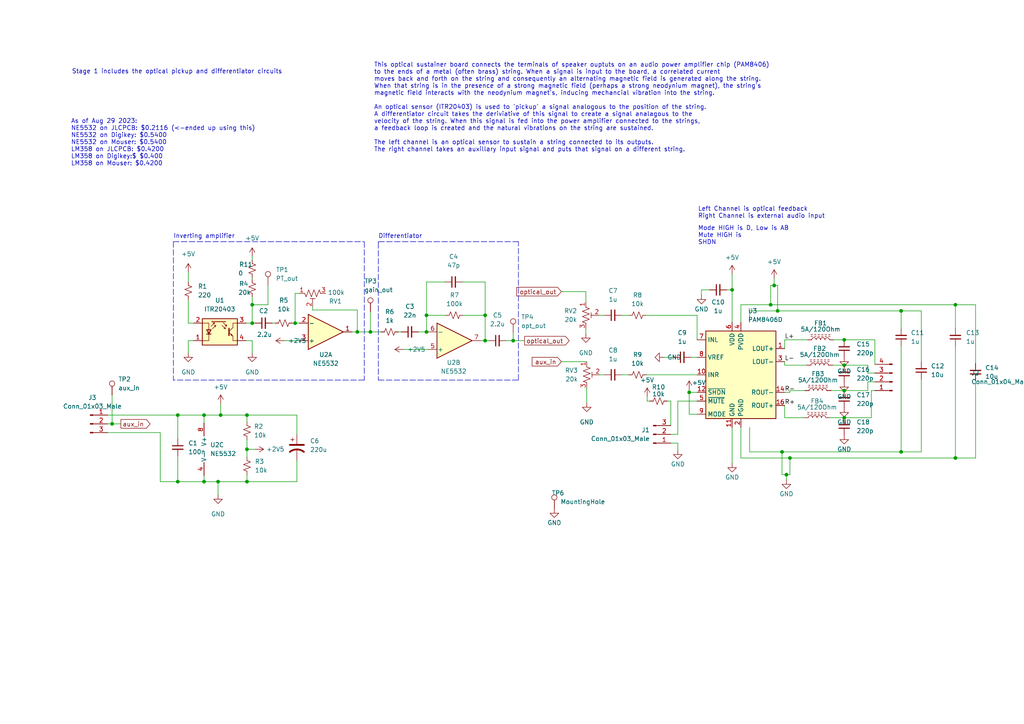
<source format=kicad_sch>
(kicad_sch (version 20211123) (generator eeschema)
  (paper "A4")
  (lib_symbols
    (symbol "1A_Favorites:C_0603_SMD" (pin_numbers hide) (pin_names (offset 0.254) hide)
      (property "Reference" "C" (at 0.254 1.778 0))
      (property "Value" "C_0603_SMD" (at 0.254 -2.032 0))
      (symbol "C_0603_SMD_0_1"
        (polyline (pts (xy -1.524 -0.508) (xy 1.524 -0.508)) (stroke (width 0.3302)))
        (polyline (pts (xy -1.524 0.508) (xy 1.524 0.508)) (stroke (width 0.3048)))
      )
      (symbol "C_0603_SMD_1_1"
        (pin passive line (at 0 2.54 270) (length 2.032) (name "~") (number "1"))
        (pin passive line (at 0 -2.54 90) (length 2.032) (name "~") (number "2"))
      )
    )
    (symbol "1A_Favorites:ITR20403" (pin_names (offset 0.0254) hide)
      (property "Reference" "U" (at -3.81 5.08 0))
      (property "Value" "ITR20403" (at 12.7 5.08 0))
      (symbol "ITR20403_0_1"
        (polyline (pts (xy -3.81 -0.635) (xy -2.54 -0.635)) (stroke (width 0.254)))
        (polyline (pts (xy -2.286 2.921) (xy -2.032 3.175)))
        (polyline (pts (xy -1.778 2.921) (xy -1.524 3.175)))
        (polyline (pts (xy -1.524 2.667) (xy -1.651 2.159)))
        (polyline (pts (xy -1.27 2.921) (xy -1.016 3.175)))
        (polyline (pts (xy -1.143 1.905) (xy -1.27 1.397)))
        (polyline (pts (xy -0.762 2.921) (xy -0.508 3.175)))
        (polyline (pts (xy -0.254 2.921) (xy 0 3.175)))
        (polyline (pts (xy 0.254 2.921) (xy 0.508 3.175)))
        (polyline (pts (xy 0.762 2.921) (xy 1.016 3.175)))
        (polyline (pts (xy 1.27 2.921) (xy 1.524 3.175)))
        (polyline (pts (xy 1.651 0.889) (xy 1.143 1.016)))
        (polyline (pts (xy 1.778 2.921) (xy -2.413 2.921)))
        (polyline (pts (xy 2.032 1.651) (xy 1.524 1.778)))
        (polyline (pts (xy 2.667 -0.127) (xy 3.81 -1.27)))
        (polyline (pts (xy 2.667 0.127) (xy 3.81 1.27)))
        (polyline (pts (xy -2.54 1.651) (xy -1.524 2.667) (xy -2.032 2.54)))
        (polyline (pts (xy -2.159 0.889) (xy -1.143 1.905) (xy -1.651 1.778)))
        (polyline (pts (xy 0.635 1.905) (xy 1.651 0.889) (xy 1.524 1.397)))
        (polyline (pts (xy 1.016 2.667) (xy 2.032 1.651) (xy 1.905 2.159)))
        (polyline (pts (xy 2.667 1.016) (xy 2.667 -1.016) (xy 2.667 -1.016)) (stroke (width 0.3556)))
        (polyline (pts (xy 3.81 -1.27) (xy 3.81 -2.54) (xy 5.08 -2.54)))
        (polyline (pts (xy 3.81 1.27) (xy 3.81 2.54) (xy 5.08 2.54)))
        (polyline (pts (xy -5.08 -2.54) (xy -3.175 -2.54) (xy -3.175 2.54) (xy -5.08 2.54)))
        (polyline (pts (xy -3.175 -0.635) (xy -3.81 0.635) (xy -2.54 0.635) (xy -3.175 -0.635)) (stroke (width 0.254)))
        (polyline (pts (xy 3.683 -1.143) (xy 3.429 -0.635) (xy 3.175 -0.889) (xy 3.683 -1.143)))
        (polyline (pts (xy -5.08 -3.81) (xy 5.08 -3.81) (xy 5.08 3.81) (xy -5.08 3.81) (xy -5.08 -3.81)) (stroke (width 0.254)) (fill (type background)))
      )
      (symbol "ITR20403_1_1"
        (pin passive line (at -7.62 -2.54 0) (length 2.54) (name "K") (number "1"))
        (pin passive line (at -7.62 2.54 0) (length 2.54) (name "A") (number "2"))
        (pin open_collector line (at 7.62 2.54 180) (length 2.54) (name "C") (number "3"))
        (pin open_emitter line (at 7.62 -2.54 180) (length 2.54) (name "E") (number "4"))
      )
    )
    (symbol "1A_Favorites:NE5532" (pin_names (offset 0.127))
      (property "Reference" "U" (at 0 5.08 0))
      (property "Value" "NE5532" (at 0 -5.08 0))
      (property "LCSC" "C7426" (at 0 0 0))
      (symbol "NE5532_1_1"
        (polyline (pts (xy -5.08 5.08) (xy 5.08 0) (xy -5.08 -5.08) (xy -5.08 5.08)) (stroke (width 0.254)) (fill (type background)))
        (pin output line (at 7.62 0 180) (length 2.54) (name "~") (number "1"))
        (pin input line (at -7.62 -2.54 0) (length 2.54) (name "-") (number "2"))
        (pin input line (at -7.62 2.54 0) (length 2.54) (name "+") (number "3"))
      )
      (symbol "NE5532_2_1"
        (polyline (pts (xy -5.08 5.08) (xy 5.08 0) (xy -5.08 -5.08) (xy -5.08 5.08)) (stroke (width 0.254)) (fill (type background)))
        (pin input line (at -7.62 2.54 0) (length 2.54) (name "+") (number "5"))
        (pin input line (at -7.62 -2.54 0) (length 2.54) (name "-") (number "6"))
        (pin output line (at 7.62 0 180) (length 2.54) (name "~") (number "7"))
      )
      (symbol "NE5532_3_1"
        (pin power_in line (at -2.54 -7.62 90) (length 3.81) (name "V-") (number "4"))
        (pin power_in line (at -2.54 7.62 270) (length 3.81) (name "V+") (number "8"))
      )
    )
    (symbol "1A_Favorites:PAM8406D"
      (property "Reference" "U" (at 1.27 16.51 0))
      (property "Value" "PAM8406D" (at 6.096 14.224 0))
      (symbol "PAM8406D_0_1"
        (rectangle (start -10.16 12.7) (end 10.16 -12.7) (stroke (width 0.254)) (fill (type background)))
      )
      (symbol "PAM8406D_1_1"
        (pin output line (at 12.7 7.62 180) (length 2.54) (name "LOUT+") (number "1"))
        (pin input line (at -12.7 0 0) (length 2.54) (name "INR") (number "10"))
        (pin power_in line (at -2.54 -15.24 90) (length 2.54) (name "GND") (number "11"))
        (pin input line (at -12.7 -5.08 0) (length 2.54) (name "~{SHDN}") (number "12"))
        (pin passive line (at 2.54 15.24 270) (length 2.54) hide (name "PVDD") (number "13"))
        (pin output line (at 12.7 -5.08 180) (length 2.54) (name "ROUT-") (number "14"))
        (pin passive line (at 2.54 -15.24 90) (length 2.54) hide (name "PGND") (number "15"))
        (pin output line (at 12.7 -8.89 180) (length 2.54) (name "ROUT+") (number "16"))
        (pin power_in line (at 0 -15.24 90) (length 2.54) (name "PGND") (number "2"))
        (pin output line (at 12.7 3.81 180) (length 2.54) (name "LOUT-") (number "3"))
        (pin power_in line (at 0 15.24 270) (length 2.54) (name "PVDD") (number "4"))
        (pin input line (at -12.7 -7.62 0) (length 2.54) (name "~{MUTE}") (number "5"))
        (pin power_in line (at -2.54 15.24 270) (length 2.54) (name "VDD") (number "6"))
        (pin input line (at -12.7 10.16 0) (length 2.54) (name "INL") (number "7"))
        (pin input line (at -12.7 5.08 0) (length 2.54) (name "VREF") (number "8"))
        (pin input line (at -12.7 -11.43 0) (length 2.54) (name "MODE") (number "9"))
      )
    )
    (symbol "1A_Favorites:R_0603_SMD" (pin_numbers hide) (pin_names (offset 0.254) hide)
      (property "Reference" "R" (at 0.762 0.508 0))
      (property "Value" "R_0603_SMD" (at 0.762 -1.016 0))
      (symbol "R_0603_SMD_1_1"
        (polyline (pts (xy 0 0) (xy 1.016 -0.381) (xy 0 -0.762) (xy -1.016 -1.143) (xy 0 -1.524)))
        (polyline (pts (xy 0 1.524) (xy 1.016 1.143) (xy 0 0.762) (xy -1.016 0.381) (xy 0 0)))
        (pin passive line (at 0 2.54 270) (length 1.016) (name "~") (number "1"))
        (pin passive line (at 0 -2.54 90) (length 1.016) (name "~") (number "2"))
      )
    )
    (symbol "Connector:Conn_01x03_Male" (pin_names (offset 1.016) hide)
      (property "Reference" "J" (at 0 5.08 0))
      (property "Value" "Conn_01x03_Male" (at 0 -5.08 0))
      (symbol "Conn_01x03_Male_1_1"
        (polyline (pts (xy 1.27 -2.54) (xy 0.8636 -2.54)) (stroke (width 0.1524)))
        (polyline (pts (xy 1.27 0) (xy 0.8636 0)) (stroke (width 0.1524)))
        (polyline (pts (xy 1.27 2.54) (xy 0.8636 2.54)) (stroke (width 0.1524)))
        (rectangle (start 0.8636 -2.413) (end 0 -2.667) (stroke (width 0.1524)) (fill (type outline)))
        (rectangle (start 0.8636 0.127) (end 0 -0.127) (stroke (width 0.1524)) (fill (type outline)))
        (rectangle (start 0.8636 2.667) (end 0 2.413) (stroke (width 0.1524)) (fill (type outline)))
        (pin passive line (at 5.08 2.54 180) (length 3.81) (name "Pin_1") (number "1"))
        (pin passive line (at 5.08 0 180) (length 3.81) (name "Pin_2") (number "2"))
        (pin passive line (at 5.08 -2.54 180) (length 3.81) (name "Pin_3") (number "3"))
      )
    )
    (symbol "Connector:Conn_01x04_Male" (pin_names (offset 1.016) hide)
      (property "Reference" "J" (at 0 5.08 0))
      (property "Value" "Conn_01x04_Male" (at 0 -7.62 0))
      (symbol "Conn_01x04_Male_1_1"
        (polyline (pts (xy 1.27 -5.08) (xy 0.8636 -5.08)) (stroke (width 0.1524)))
        (polyline (pts (xy 1.27 -2.54) (xy 0.8636 -2.54)) (stroke (width 0.1524)))
        (polyline (pts (xy 1.27 0) (xy 0.8636 0)) (stroke (width 0.1524)))
        (polyline (pts (xy 1.27 2.54) (xy 0.8636 2.54)) (stroke (width 0.1524)))
        (rectangle (start 0.8636 -4.953) (end 0 -5.207) (stroke (width 0.1524)) (fill (type outline)))
        (rectangle (start 0.8636 -2.413) (end 0 -2.667) (stroke (width 0.1524)) (fill (type outline)))
        (rectangle (start 0.8636 0.127) (end 0 -0.127) (stroke (width 0.1524)) (fill (type outline)))
        (rectangle (start 0.8636 2.667) (end 0 2.413) (stroke (width 0.1524)) (fill (type outline)))
        (pin passive line (at 5.08 2.54 180) (length 3.81) (name "Pin_1") (number "1"))
        (pin passive line (at 5.08 0 180) (length 3.81) (name "Pin_2") (number "2"))
        (pin passive line (at 5.08 -2.54 180) (length 3.81) (name "Pin_3") (number "3"))
        (pin passive line (at 5.08 -5.08 180) (length 3.81) (name "Pin_4") (number "4"))
      )
    )
    (symbol "Connector:TestPoint" (pin_numbers hide) (pin_names (offset 0.762) hide)
      (property "Reference" "TP" (at 0 6.858 0))
      (property "Value" "TestPoint" (at 0 5.08 0))
      (symbol "TestPoint_0_1"
        (circle (center 0 3.302) (radius 0.762))
      )
      (symbol "TestPoint_1_1"
        (pin passive line (at 0 0 90) (length 2.54) (name "1") (number "1"))
      )
    )
    (symbol "Device:C_Polarized_US" (pin_numbers hide) (pin_names (offset 0.254) hide)
      (property "Reference" "C" (at 0.635 2.54 0))
      (property "Value" "C_Polarized_US" (at 0.635 -2.54 0))
      (symbol "C_Polarized_US_0_1"
        (polyline (pts (xy -2.032 0.762) (xy 2.032 0.762)) (stroke (width 0.508)))
        (polyline (pts (xy -1.778 2.286) (xy -0.762 2.286)))
        (polyline (pts (xy -1.27 1.778) (xy -1.27 2.794)))
        (arc (start 2.032 -1.27) (mid 0 -0.5572) (end -2.032 -1.27) (stroke (width 0.508)))
      )
      (symbol "C_Polarized_US_1_1"
        (pin passive line (at 0 3.81 270) (length 2.794) (name "~") (number "1"))
        (pin passive line (at 0 -3.81 90) (length 3.302) (name "~") (number "2"))
      )
    )
    (symbol "Device:L_Ferrite" (pin_numbers hide) (pin_names (offset 1.016) hide)
      (property "Reference" "L" (at -1.27 0 90))
      (property "Value" "L_Ferrite" (at 2.794 0 90))
      (symbol "L_Ferrite_0_1"
        (arc (start 0 -2.54) (mid 0.635 -1.905) (end 0 -1.27))
        (arc (start 0 -1.27) (mid 0.635 -0.635) (end 0 0))
        (polyline (pts (xy 1.016 -2.794) (xy 1.016 -2.286)))
        (polyline (pts (xy 1.016 -1.778) (xy 1.016 -1.27)))
        (polyline (pts (xy 1.016 -0.762) (xy 1.016 -0.254)))
        (polyline (pts (xy 1.016 0.254) (xy 1.016 0.762)))
        (polyline (pts (xy 1.016 1.27) (xy 1.016 1.778)))
        (polyline (pts (xy 1.016 2.286) (xy 1.016 2.794)))
        (polyline (pts (xy 1.524 -2.286) (xy 1.524 -2.794)))
        (polyline (pts (xy 1.524 -1.27) (xy 1.524 -1.778)))
        (polyline (pts (xy 1.524 -0.254) (xy 1.524 -0.762)))
        (polyline (pts (xy 1.524 0.762) (xy 1.524 0.254)))
        (polyline (pts (xy 1.524 1.778) (xy 1.524 1.27)))
        (polyline (pts (xy 1.524 2.794) (xy 1.524 2.286)))
        (arc (start 0 0) (mid 0.635 0.635) (end 0 1.27))
        (arc (start 0 1.27) (mid 0.635 1.905) (end 0 2.54))
      )
      (symbol "L_Ferrite_1_1"
        (pin passive line (at 0 3.81 270) (length 1.27) (name "1") (number "1"))
        (pin passive line (at 0 -3.81 90) (length 1.27) (name "2") (number "2"))
      )
    )
    (symbol "Device:R_Potentiometer_Trim_US" (pin_names (offset 1.016) hide)
      (property "Reference" "RV" (at -4.445 0 90))
      (property "Value" "R_Potentiometer_Trim_US" (at -2.54 0 90))
      (symbol "R_Potentiometer_Trim_US_0_1"
        (polyline (pts (xy 0 -2.286) (xy 0 -2.54)))
        (polyline (pts (xy 0 2.286) (xy 0 2.54)))
        (polyline (pts (xy 1.524 0.762) (xy 1.524 -0.762)))
        (polyline (pts (xy 2.54 0) (xy 1.524 0)))
        (polyline (pts (xy 0 -0.762) (xy 1.016 -1.143) (xy 0 -1.524) (xy -1.016 -1.905) (xy 0 -2.286)))
        (polyline (pts (xy 0 0.762) (xy 1.016 0.381) (xy 0 0) (xy -1.016 -0.381) (xy 0 -0.762)))
        (polyline (pts (xy 0 2.286) (xy 1.016 1.905) (xy 0 1.524) (xy -1.016 1.143) (xy 0 0.762)))
      )
      (symbol "R_Potentiometer_Trim_US_1_1"
        (pin passive line (at 0 3.81 270) (length 1.27) (name "1") (number "1"))
        (pin passive line (at 3.81 0 180) (length 1.27) (name "2") (number "2"))
        (pin passive line (at 0 -3.81 90) (length 1.27) (name "3") (number "3"))
      )
    )
    (symbol "power:+2V5" (power) (pin_names (offset 0))
      (property "Value" "+2V5" (at 0 3.556 0))
      (symbol "+2V5_0_1"
        (polyline (pts (xy -0.762 1.27) (xy 0 2.54)))
        (polyline (pts (xy 0 0) (xy 0 2.54)))
        (polyline (pts (xy 0 2.54) (xy 0.762 1.27)))
      )
      (symbol "+2V5_1_1"
        (pin power_in line (at 0 0 90) (length 0) hide (name "+2V5") (number "1"))
      )
    )
    (symbol "power:+5V" (power) (pin_names (offset 0))
      (property "Value" "+5V" (at 0 3.556 0))
      (symbol "+5V_0_1"
        (polyline (pts (xy -0.762 1.27) (xy 0 2.54)))
        (polyline (pts (xy 0 0) (xy 0 2.54)))
        (polyline (pts (xy 0 2.54) (xy 0.762 1.27)))
      )
      (symbol "+5V_1_1"
        (pin power_in line (at 0 0 90) (length 0) hide (name "+5V") (number "1"))
      )
    )
    (symbol "power:GND" (power) (pin_names (offset 0))
      (property "Value" "GND" (at 0 -3.81 0))
      (symbol "GND_0_1"
        (polyline (pts (xy 0 0) (xy 0 -1.27) (xy 1.27 -1.27) (xy 0 -2.54) (xy -1.27 -1.27) (xy 0 -1.27)))
      )
      (symbol "GND_1_1"
        (pin power_in line (at 0 0 270) (length 0) hide (name "GND") (number "1"))
      )
    )
  )
  (junction (at 226.822 131.064))
  (junction (at 148.844 98.806))
  (junction (at 73.152 88.392))
  (junction (at 63.246 139.7))
  (junction (at 71.628 139.7))
  (junction (at 51.562 139.7))
  (junction (at 85.598 93.726))
  (junction (at 123.698 96.266))
  (junction (at 140.716 98.806))
  (junction (at 73.152 93.726))
  (junction (at 107.442 96.266))
  (junction (at 59.182 120.396))
  (junction (at 223.52 88.392))
  (junction (at 212.344 84.074))
  (junction (at 244.856 121.158))
  (junction (at 277.114 132.842))
  (junction (at 261.366 131.064))
  (junction (at 51.562 120.396))
  (junction (at 224.536 82.804))
  (junction (at 64.008 120.396))
  (junction (at 59.182 139.7))
  (junction (at 71.628 130.302))
  (junction (at 228.092 137.668))
  (junction (at 140.716 91.44))
  (junction (at 261.366 90.17))
  (junction (at 123.698 91.44))
  (junction (at 244.856 98.552))
  (junction (at 199.898 113.792))
  (junction (at 71.628 120.396))
  (junction (at 277.114 88.392))
  (junction (at 244.856 105.918))
  (junction (at 103.632 96.266))
  (junction (at 32.512 122.936))
  (junction (at 225.552 90.17))
  (junction (at 244.856 113.284))
  (junction (at 229.108 132.842))
  (wire (pts (xy 244.856 98.552) (xy 253.746 98.552)))
  (wire (pts (xy 240.792 121.158) (xy 244.856 121.158)))
  (wire (pts (xy 224.536 82.804) (xy 225.552 82.804)))
  (polyline (pts (xy 109.728 70.358) (xy 109.728 110.236)))
  (wire (pts (xy 196.596 125.984) (xy 194.564 125.984)))
  (wire (pts (xy 223.52 88.392) (xy 277.114 88.392)))
  (wire (pts (xy 210.82 84.074) (xy 212.344 84.074)))
  (wire (pts (xy 202.184 103.632) (xy 200.406 103.632)))
  (wire (pts (xy 123.698 96.266) (xy 124.206 96.266)))
  (wire (pts (xy 225.552 90.17) (xy 261.366 90.17)))
  (wire (pts (xy 199.898 113.792) (xy 199.898 113.03)))
  (wire (pts (xy 71.628 120.396) (xy 86.106 120.396)))
  (wire (pts (xy 282.956 110.49) (xy 282.956 132.842)))
  (wire (pts (xy 277.114 88.392) (xy 277.114 95.25)))
  (wire (pts (xy 51.562 120.396) (xy 51.562 127.254)))
  (wire (pts (xy 140.716 91.44) (xy 140.716 98.806)))
  (wire (pts (xy 73.152 93.726) (xy 73.914 93.726)))
  (wire (pts (xy 134.112 81.788) (xy 140.716 81.788)))
  (wire (pts (xy 71.374 98.806) (xy 73.152 98.806)))
  (wire (pts (xy 85.598 93.726) (xy 85.598 85.09)))
  (wire (pts (xy 54.61 86.868) (xy 54.61 93.726)))
  (wire (pts (xy 54.61 98.806) (xy 54.61 102.362)))
  (wire (pts (xy 77.724 82.804) (xy 77.724 88.392)))
  (wire (pts (xy 226.822 131.064) (xy 217.424 131.064)))
  (wire (pts (xy 115.57 96.266) (xy 116.332 96.266)))
  (wire (pts (xy 251.714 108.204) (xy 253.746 108.204)))
  (wire (pts (xy 199.898 113.792) (xy 202.184 113.792)))
  (wire (pts (xy 187.452 108.712) (xy 202.184 108.712)))
  (wire (pts (xy 51.562 139.7) (xy 59.182 139.7)))
  (wire (pts (xy 227.584 121.158) (xy 233.172 121.158)))
  (wire (pts (xy 123.698 91.44) (xy 123.698 96.266)))
  (wire (pts (xy 212.344 123.952) (xy 212.344 134.366)))
  (wire (pts (xy 107.442 96.266) (xy 110.49 96.266)))
  (wire (pts (xy 244.856 121.158) (xy 252.73 121.158)))
  (wire (pts (xy 51.562 132.334) (xy 51.562 139.7)))
  (wire (pts (xy 261.366 131.064) (xy 267.208 131.064)))
  (wire (pts (xy 199.898 120.142) (xy 199.898 113.792)))
  (wire (pts (xy 85.598 85.09) (xy 86.868 85.09)))
  (wire (pts (xy 139.446 98.806) (xy 140.716 98.806)))
  (wire (pts (xy 134.366 91.44) (xy 140.716 91.44)))
  (wire (pts (xy 63.246 139.7) (xy 63.246 143.51)))
  (wire (pts (xy 64.008 117.094) (xy 64.008 120.396)))
  (wire (pts (xy 71.628 120.396) (xy 71.628 122.428)))
  (wire (pts (xy 140.716 81.788) (xy 140.716 91.44)))
  (wire (pts (xy 226.822 137.668) (xy 228.092 137.668)))
  (wire (pts (xy 63.246 139.7) (xy 59.182 139.7)))
  (wire (pts (xy 202.184 91.44) (xy 202.184 98.552)))
  (wire (pts (xy 180.34 108.712) (xy 182.372 108.712)))
  (wire (pts (xy 241.554 105.918) (xy 244.856 105.918)))
  (wire (pts (xy 73.152 86.106) (xy 73.152 88.392)))
  (wire (pts (xy 173.99 108.712) (xy 175.26 108.712)))
  (wire (pts (xy 129.032 81.788) (xy 123.698 81.788)))
  (wire (pts (xy 71.628 130.302) (xy 73.914 130.302)))
  (wire (pts (xy 31.242 122.936) (xy 32.512 122.936)))
  (wire (pts (xy 187.452 91.44) (xy 202.184 91.44)))
  (wire (pts (xy 32.512 114.554) (xy 32.512 122.936)))
  (wire (pts (xy 79.756 93.726) (xy 78.994 93.726)))
  (wire (pts (xy 169.926 95.25) (xy 169.926 96.774)))
  (wire (pts (xy 261.366 100.33) (xy 261.366 131.064)))
  (wire (pts (xy 194.564 116.332) (xy 194.564 123.444)))
  (wire (pts (xy 193.548 116.332) (xy 194.564 116.332)))
  (wire (pts (xy 86.106 120.396) (xy 86.106 125.984)))
  (wire (pts (xy 71.628 130.302) (xy 71.628 132.588)))
  (wire (pts (xy 196.596 128.524) (xy 196.596 130.556)))
  (wire (pts (xy 31.242 125.476) (xy 46.482 125.476)))
  (wire (pts (xy 103.632 89.916) (xy 103.632 96.266)))
  (wire (pts (xy 229.108 137.668) (xy 229.108 132.842)))
  (wire (pts (xy 214.884 132.842) (xy 214.884 123.952)))
  (wire (pts (xy 148.844 96.52) (xy 148.844 98.806)))
  (wire (pts (xy 162.814 84.582) (xy 169.926 84.582)))
  (wire (pts (xy 194.564 128.524) (xy 196.596 128.524)))
  (wire (pts (xy 227.584 113.792) (xy 229.108 113.792)))
  (wire (pts (xy 90.678 88.9) (xy 90.678 89.916)))
  (wire (pts (xy 227.584 117.602) (xy 227.584 121.158)))
  (wire (pts (xy 31.242 120.396) (xy 51.562 120.396)))
  (wire (pts (xy 103.632 96.266) (xy 107.442 96.266)))
  (wire (pts (xy 253.746 98.552) (xy 253.746 105.664)))
  (wire (pts (xy 123.698 81.788) (xy 123.698 91.44)))
  (wire (pts (xy 267.208 109.982) (xy 267.208 131.064)))
  (wire (pts (xy 46.482 139.7) (xy 51.562 139.7)))
  (wire (pts (xy 86.868 93.726) (xy 85.598 93.726)))
  (wire (pts (xy 227.584 98.552) (xy 234.188 98.552)))
  (wire (pts (xy 267.208 90.17) (xy 261.366 90.17)))
  (polyline (pts (xy 105.664 110.236) (xy 50.292 110.236)))
  (wire (pts (xy 227.584 101.092) (xy 227.584 98.552)))
  (wire (pts (xy 71.628 139.7) (xy 63.246 139.7)))
  (wire (pts (xy 277.114 132.842) (xy 282.956 132.842)))
  (wire (pts (xy 54.61 93.726) (xy 56.134 93.726)))
  (wire (pts (xy 59.182 120.396) (xy 64.008 120.396)))
  (wire (pts (xy 117.094 101.346) (xy 124.206 101.346)))
  (wire (pts (xy 282.956 88.392) (xy 277.114 88.392)))
  (polyline (pts (xy 50.292 70.104) (xy 105.664 70.104)))
  (wire (pts (xy 252.73 121.158) (xy 252.73 113.284)))
  (wire (pts (xy 214.884 88.392) (xy 223.52 88.392)))
  (wire (pts (xy 244.856 105.918) (xy 251.714 105.918)))
  (wire (pts (xy 227.584 105.918) (xy 233.934 105.918)))
  (wire (pts (xy 228.092 137.668) (xy 229.108 137.668)))
  (wire (pts (xy 251.714 113.284) (xy 251.714 110.744)))
  (polyline (pts (xy 50.292 70.104) (xy 50.292 110.236)))
  (wire (pts (xy 223.52 88.392) (xy 223.52 82.804)))
  (wire (pts (xy 180.34 91.44) (xy 182.372 91.44)))
  (wire (pts (xy 227.584 104.902) (xy 227.584 105.918)))
  (wire (pts (xy 173.736 91.44) (xy 175.26 91.44)))
  (polyline (pts (xy 150.368 110.236) (xy 150.368 70.104)))
  (wire (pts (xy 244.856 113.284) (xy 251.714 113.284)))
  (wire (pts (xy 73.152 88.392) (xy 73.152 93.726)))
  (wire (pts (xy 90.678 89.916) (xy 103.632 89.916)))
  (wire (pts (xy 85.598 93.726) (xy 84.836 93.726)))
  (wire (pts (xy 217.424 90.17) (xy 225.552 90.17)))
  (wire (pts (xy 214.884 93.472) (xy 214.884 88.392)))
  (wire (pts (xy 71.628 137.668) (xy 71.628 139.7)))
  (wire (pts (xy 251.714 110.744) (xy 253.746 110.744)))
  (wire (pts (xy 170.18 112.522) (xy 170.18 116.84)))
  (wire (pts (xy 123.698 91.44) (xy 129.286 91.44)))
  (wire (pts (xy 140.716 98.806) (xy 141.732 98.806)))
  (wire (pts (xy 54.61 78.994) (xy 54.61 81.788)))
  (wire (pts (xy 82.55 98.806) (xy 86.868 98.806)))
  (wire (pts (xy 73.152 74.422) (xy 73.152 75.438)))
  (wire (pts (xy 223.52 82.804) (xy 224.536 82.804)))
  (wire (pts (xy 32.512 122.936) (xy 35.052 122.936)))
  (wire (pts (xy 148.844 98.806) (xy 152.146 98.806)))
  (wire (pts (xy 86.106 133.604) (xy 86.106 139.7)))
  (wire (pts (xy 226.822 131.064) (xy 261.366 131.064)))
  (wire (pts (xy 229.108 132.842) (xy 277.114 132.842)))
  (wire (pts (xy 282.956 105.41) (xy 282.956 88.392)))
  (wire (pts (xy 77.724 88.392) (xy 73.152 88.392)))
  (wire (pts (xy 107.442 90.424) (xy 107.442 96.266)))
  (wire (pts (xy 121.412 96.266) (xy 123.698 96.266)))
  (wire (pts (xy 241.046 113.284) (xy 244.856 113.284)))
  (wire (pts (xy 228.092 137.668) (xy 228.092 139.192)))
  (polyline (pts (xy 150.368 70.104) (xy 109.728 70.104)))
  (wire (pts (xy 224.536 80.772) (xy 224.536 82.804)))
  (wire (pts (xy 146.812 98.806) (xy 148.844 98.806)))
  (wire (pts (xy 251.714 105.918) (xy 251.714 108.204)))
  (wire (pts (xy 187.706 116.332) (xy 187.706 115.062)))
  (wire (pts (xy 229.108 113.792) (xy 229.108 113.284)))
  (wire (pts (xy 229.108 132.842) (xy 214.884 132.842)))
  (wire (pts (xy 195.326 103.632) (xy 192.532 103.632)))
  (wire (pts (xy 202.184 116.332) (xy 196.596 116.332)))
  (wire (pts (xy 102.108 96.266) (xy 103.632 96.266)))
  (wire (pts (xy 59.182 122.682) (xy 59.182 120.396)))
  (wire (pts (xy 229.108 113.284) (xy 233.426 113.284)))
  (wire (pts (xy 203.454 84.074) (xy 203.454 85.598)))
  (wire (pts (xy 203.454 84.074) (xy 205.74 84.074)))
  (wire (pts (xy 241.808 98.552) (xy 244.856 98.552)))
  (wire (pts (xy 86.106 139.7) (xy 71.628 139.7)))
  (wire (pts (xy 196.596 116.332) (xy 196.596 125.984)))
  (wire (pts (xy 187.706 116.332) (xy 188.468 116.332)))
  (wire (pts (xy 217.424 93.472) (xy 217.424 90.17)))
  (wire (pts (xy 73.152 98.806) (xy 73.152 102.362)))
  (wire (pts (xy 267.208 104.902) (xy 267.208 90.17)))
  (polyline (pts (xy 109.728 110.236) (xy 150.368 110.236)))
  (wire (pts (xy 199.898 120.142) (xy 202.184 120.142)))
  (polyline (pts (xy 105.664 70.104) (xy 105.664 110.236)))
  (wire (pts (xy 71.628 127.508) (xy 71.628 130.302)))
  (wire (pts (xy 225.552 82.804) (xy 225.552 90.17)))
  (wire (pts (xy 162.814 104.902) (xy 170.18 104.902)))
  (wire (pts (xy 46.482 125.476) (xy 46.482 139.7)))
  (wire (pts (xy 59.182 120.396) (xy 51.562 120.396)))
  (wire (pts (xy 252.73 113.284) (xy 253.746 113.284)))
  (wire (pts (xy 71.374 93.726) (xy 73.152 93.726)))
  (polyline (pts (xy 109.728 70.104) (xy 109.728 70.358)))
  (wire (pts (xy 54.61 98.806) (xy 56.134 98.806)))
  (wire (pts (xy 169.926 87.63) (xy 169.926 84.582)))
  (wire (pts (xy 64.008 120.396) (xy 71.628 120.396)))
  (wire (pts (xy 73.152 80.518) (xy 73.152 81.026)))
  (wire (pts (xy 277.114 100.33) (xy 277.114 132.842)))
  (wire (pts (xy 212.344 79.502) (xy 212.344 84.074)))
  (wire (pts (xy 217.424 131.064) (xy 217.424 123.952)))
  (wire (pts (xy 226.822 131.064) (xy 226.822 137.668)))
  (wire (pts (xy 212.344 84.074) (xy 212.344 93.472)))
  (wire (pts (xy 261.366 90.17) (xy 261.366 95.25)))
  (wire (pts (xy 59.182 139.7) (xy 59.182 137.922)))
  (text "Left Channel is optical feedback\nRight Channel is external audio input" (at 202.438 63.5 0) (effects (font (size 1.27 1.27)) (justify left bottom)))
  (text "This optical sustainer board connects the terminals of speaker ouptuts on an audio power amplifier chip (PAM8406)\nto the ends of a metal (often brass) string. When a signal is input to the board, a correlated current \nmoves back and forth on the string and consequently an alternating magnetic field is generated along the string.\nWhen that string is in the presence of a strong magnetic field (perhaps a strong neodynium magnet), the string's \nmagnetic field interacts with the neodynium magnet's, inducing mechancial vibration into the string.\n\nAn optical sensor (ITR20403) is used to 'pickup' a signal analogous to the position of the string.\nA differentiator circuit takes the deriviative of this signal to create a signal analagous to the\nvelocity of the string. When this signal is fed into the power amplifier connected to the strings,\na feedback loop is created and the natural vibrations on the string are sustained.\n\nThe left channel is an optical sensor to sustain a string connected to its outputs.\nThe right channel takes an auxillary input signal and puts that signal on a different string." (at 108.458 44.196 0) (effects (font (size 1.27 1.27)) (justify left bottom)))
  (text "Mode HIGH is D, Low is AB\nMute HIGH is \nSHDN " (at 202.438 71.12 0) (effects (font (size 1.27 1.27)) (justify left bottom)))
  (text "Differentiator" (at 109.728 69.342 0) (effects (font (size 1.27 1.27)) (justify left bottom)))
  (text "As of Aug 29 2023:\nNE5532 on JLCPCB: $0.2116 (<-ended up using this)\nNE5532 on Digikey: $0.5400\nNE5532 on Mouser: $0.5400\nLM358 on JLCPCB: $0.4200\nLM358 on Digikey:$ $0.400\nLM358 on Mouser: $0.4200" (at 20.574 48.26 0) (effects (font (size 1.27 1.27)) (justify left bottom)))
  (text "Inverting amplifier" (at 50.292 69.342 0) (effects (font (size 1.27 1.27)) (justify left bottom)))
  (text "Stage 1 includes the optical pickup and differentiator circuits" (at 20.828 21.59 0) (effects (font (size 1.27 1.27)) (justify left bottom)))
  (label "L-" (at 227.584 104.902 0))
  (label "L+" (at 227.584 98.552 0))
  (label "R+" (at 227.584 117.602 0))
  (label "R-" (at 227.584 113.792 0))
  (global_label "aux_in" (shape output) (at 35.052 122.936 0) (property "Intersheet References" "${INTERSHEET_REFS}" (effects hide)))
  (global_label "aux_in" (shape input) (at 162.814 104.902 180) (property "Intersheet References" "${INTERSHEET_REFS}" (effects hide)))
  (global_label "optical_out" (shape output) (at 152.146 98.806 0) (property "Intersheet References" "${INTERSHEET_REFS}" (effects hide)))
  (global_label "optical_out" (shape input) (at 162.814 84.582 180) (property "Intersheet References" "${INTERSHEET_REFS}" (effects hide)))
  (symbol (lib_id "power:GND") (at 212.344 134.366 0) (unit 1)
    (property "Reference" "#PWR0114" (effects hide))
    (property "Value" "GND" (at 210.312 138.43 0) (effects (justify left)))
  )
  (symbol (lib_id "power:GND") (at 73.152 102.362 0) (unit 1)
    (property "Reference" "#PWR0106" (effects hide))
    (property "Value" "GND" (at 73.152 107.95 0))
  )
  (symbol (lib_id "1A_Favorites:C_0603_SMD") (at 51.562 129.794 0) (unit 1)
    (property "Reference" "C1" (at 54.61 128.5302 0) (effects (justify left)))
    (property "Value" "100n" (at 54.61 131.0702 0) (effects (justify left)))
    (property "Footprint" "Capacitor_SMD:C_0603_1608Metric" (effects hide))
  )
  (symbol (lib_id "power:+5V") (at 54.61 78.994 0) (unit 1)
    (property "Reference" "#PWR0105" (effects hide))
    (property "Value" "+5V" (at 54.61 73.66 0))
  )
  (symbol (lib_id "1A_Favorites:R_0603_SMD") (at 73.152 77.978 0) (unit 1)
    (property "Reference" "R11" (at 69.342 76.708 0) (effects (justify left)))
    (property "Value" "0" (at 69.088 79.248 0) (effects (justify left)))
    (property "Footprint" "Resistor_SMD:R_0603_1608Metric" (effects hide))
  )
  (symbol (lib_id "1A_Favorites:C_0603_SMD") (at 177.8 91.44 90) (unit 1)
    (property "Reference" "C7" (at 177.8063 84.328 90))
    (property "Value" "1u" (at 177.8063 86.868 90))
    (property "Footprint" "Capacitor_SMD:C_0603_1608Metric" (effects hide))
    (property "Rating" "10V" (effects hide))
  )
  (symbol (lib_id "power:+5V") (at 224.536 80.772 0) (unit 1)
    (property "Reference" "#PWR0115" (effects hide))
    (property "Value" "+5V" (at 224.536 75.946 0))
  )
  (symbol (lib_id "1A_Favorites:C_0603_SMD") (at 244.856 101.092 180) (unit 1)
    (property "Reference" "C15" (at 248.412 99.8155 0) (effects (justify right)))
    (property "Value" "220p" (at 248.412 102.3555 0) (effects (justify right)))
    (property "Footprint" "Capacitor_SMD:C_0603_1608Metric" (effects hide))
    (property "Rating" "10V" (effects hide))
  )
  (symbol (lib_id "power:GND") (at 196.596 130.556 0) (unit 1)
    (property "Reference" "#PWR0125" (effects hide))
    (property "Value" "GND" (at 194.564 134.62 0) (effects (justify left)))
  )
  (symbol (lib_id "1A_Favorites:C_0603_SMD") (at 118.872 96.266 90) (unit 1)
    (property "Reference" "C3" (at 118.8783 88.9 90))
    (property "Value" "22n" (at 118.8783 91.44 90))
    (property "Footprint" "Capacitor_SMD:C_0603_1608Metric" (effects hide))
  )
  (symbol (lib_id "power:+2V5") (at 117.094 101.346 90) (unit 1)
    (property "Reference" "#PWR0109" (effects hide))
    (property "Value" "+2V5" (at 118.11 101.3459 90) (effects (justify right)))
  )
  (symbol (lib_id "1A_Favorites:NE5532") (at 61.722 130.302 0) (unit 3)
    (property "Reference" "U2" (at 60.96 129.0319 0) (effects (justify left)))
    (property "Value" "NE5532" (at 60.96 131.5719 0) (effects (justify left)))
    (property "Footprint" "Package_SO:SOP-8_3.76x4.96mm_P1.27mm" (effects hide))
    (property "Datasheet" "http://www.ti.com/lit/ds/symlink/ne5532.pdf" (effects hide))
    (property "LCSC" "C7426" (effects hide))
  )
  (symbol (lib_id "power:+2V5") (at 73.914 130.302 270) (unit 1)
    (property "Reference" "#PWR0102" (effects hide))
    (property "Value" "+2V5" (at 77.216 130.3019 90) (effects (justify left)))
  )
  (symbol (lib_id "1A_Favorites:C_0603_SMD") (at 177.8 108.712 90) (unit 1)
    (property "Reference" "C8" (at 177.8063 101.6 90))
    (property "Value" "1u" (at 177.8063 104.14 90))
    (property "Footprint" "Capacitor_SMD:C_0603_1608Metric" (effects hide))
    (property "Rating" "10V" (effects hide))
  )
  (symbol (lib_id "Device:R_Potentiometer_Trim_US") (at 90.678 85.09 90) (mirror x) (unit 1)
    (property "Reference" "RV1" (at 97.282 87.376 90))
    (property "Value" "100k" (at 97.536 84.836 90))
    (property "Footprint" "Potentiometer_SMD:Potentiometer_Bourns_3224J_Horizontal" (effects hide))
    (property "LCSC" "C719185" (effects hide))
  )
  (symbol (lib_id "power:GND") (at 170.18 116.84 0) (unit 1)
    (property "Reference" "#PWR0117" (effects hide))
    (property "Value" "GND" (at 170.18 122.428 0))
  )
  (symbol (lib_id "Connector:Conn_01x03_Male") (at 189.484 125.984 0) (mirror x) (unit 1)
    (property "Reference" "J1" (at 188.468 124.7139 0) (effects (justify right)))
    (property "Value" "Conn_01x03_Male" (at 188.468 127.2539 0) (effects (justify right)))
    (property "Footprint" "Connector_PinHeader_2.54mm:PinHeader_1x03_P2.54mm_Vertical" (effects hide))
    (property "LCSC" " C2914353" (effects hide))
  )
  (symbol (lib_id "power:GND") (at 203.454 85.598 0) (unit 1)
    (property "Reference" "#PWR0112" (effects hide))
    (property "Value" "GND" (at 201.422 89.662 0) (effects (justify left)))
  )
  (symbol (lib_id "1A_Favorites:PAM8406D") (at 214.884 108.712 0) (unit 1)
    (property "Reference" "U3" (at 216.9034 90.17 0) (effects (justify left)))
    (property "Value" "PAM8406D" (at 216.9034 92.71 0) (effects (justify left)))
    (property "Footprint" "Package_SO:SOP-16_3.9x9.9mm_P1.27mm" (effects hide))
    (property "Datasheet" "https://www.diodes.com/assets/Datasheets/PAM8406.pdf" (effects hide))
    (property "LCSC" "C86270" (effects hide))
  )
  (symbol (lib_id "Connector:TestPoint") (at 32.512 114.554 0) (unit 1)
    (property "Reference" "TP2" (at 34.29 109.9819 0) (effects (justify left)))
    (property "Value" "aux_in" (at 34.29 112.5219 0) (effects (justify left)))
    (property "Footprint" "TestPoint:TestPoint_THTPad_D2.0mm_Drill1.0mm" (effects hide))
  )
  (symbol (lib_id "Connector:TestPoint") (at 107.442 90.424 0) (unit 1)
    (property "Reference" "TP3" (at 105.664 81.534 0) (effects (justify left)))
    (property "Value" "gain_out" (at 105.664 84.074 0) (effects (justify left)))
    (property "Footprint" "TestPoint:TestPoint_THTPad_D2.0mm_Drill1.0mm" (effects hide))
  )
  (symbol (lib_id "Connector:Conn_01x04_Male") (at 258.826 110.744 180) (unit 1)
    (property "Reference" "J2" (at 281.686 108.2039 0) (effects (justify right)))
    (property "Value" "Conn_01x04_Male" (at 281.686 110.7439 0) (effects (justify right)))
    (property "Footprint" "Connector_PinHeader_2.54mm:PinHeader_1x04_P2.54mm_Vertical" (effects hide))
  )
  (symbol (lib_id "1A_Favorites:C_0603_SMD") (at 76.454 93.726 90) (unit 1)
    (property "Reference" "C2" (at 76.454 90.17 90))
    (property "Value" "2.2u" (at 76.708 97.028 90))
    (property "Footprint" "Capacitor_SMD:C_0603_1608Metric" (effects hide))
  )
  (symbol (lib_id "1A_Favorites:NE5532") (at 94.488 96.266 0) (mirror x) (unit 1)
    (property "Reference" "U2" (at 94.488 102.87 0))
    (property "Value" "NE5532" (at 94.488 105.41 0))
    (property "Footprint" "Package_SO:SOP-8_3.76x4.96mm_P1.27mm" (effects hide))
    (property "Datasheet" "http://www.ti.com/lit/ds/symlink/ne5532.pdf" (effects hide))
    (property "LCSC" "C7426" (effects hide))
  )
  (symbol (lib_id "Device:R_Potentiometer_Trim_US") (at 169.926 91.44 0) (unit 1)
    (property "Reference" "RV2" (at 167.386 90.1699 0) (effects (justify right)))
    (property "Value" "20k" (at 167.386 92.7099 0) (effects (justify right)))
    (property "Footprint" "Potentiometer_SMD:Potentiometer_Bourns_3224J_Horizontal" (effects hide))
    (property "LCSC" "C719181" (effects hide))
  )
  (symbol (lib_id "1A_Favorites:C_0603_SMD") (at 144.272 98.806 90) (unit 1)
    (property "Reference" "C5" (at 144.2783 91.44 90))
    (property "Value" "2.2u" (at 144.2783 93.98 90))
    (property "Footprint" "Capacitor_SMD:C_0603_1608Metric" (effects hide))
  )
  (symbol (lib_id "1A_Favorites:C_0603_SMD") (at 244.856 123.698 180) (unit 1)
    (property "Reference" "C18" (at 248.412 122.4215 0) (effects (justify right)))
    (property "Value" "220p" (at 248.412 124.9615 0) (effects (justify right)))
    (property "Footprint" "Capacitor_SMD:C_0603_1608Metric" (effects hide))
    (property "Rating" "10V" (effects hide))
  )
  (symbol (lib_id "1A_Favorites:C_0603_SMD") (at 267.208 107.442 180) (unit 1)
    (property "Reference" "C12" (at 270.002 106.1655 0) (effects (justify right)))
    (property "Value" "10u" (at 270.002 108.7055 0) (effects (justify right)))
    (property "Footprint" "Capacitor_SMD:C_0805_2012Metric" (effects hide))
    (property "Rating" "10V" (effects hide))
  )
  (symbol (lib_id "1A_Favorites:R_0603_SMD") (at 131.826 91.44 90) (unit 1)
    (property "Reference" "R7" (at 131.826 85.598 90))
    (property "Value" "100k" (at 131.826 88.138 90))
    (property "Footprint" "Resistor_SMD:R_0603_1608Metric" (effects hide))
  )
  (symbol (lib_id "Device:L_Ferrite") (at 237.236 113.284 90) (unit 1)
    (property "Reference" "FB3" (at 237.236 108.458 90))
    (property "Value" "5A/120Ohm" (at 237.236 110.236 90))
    (property "Footprint" "Capacitor_SMD:C_0805_2012Metric" (effects hide))
    (property "LCSC" " C304323" (effects hide))
  )
  (symbol (lib_id "1A_Favorites:R_0603_SMD") (at 184.912 108.712 90) (unit 1)
    (property "Reference" "R9" (at 184.912 102.87 90))
    (property "Value" "10k" (at 184.912 105.41 90))
    (property "Footprint" "Resistor_SMD:R_0603_1608Metric" (effects hide))
  )
  (symbol (lib_id "power:GND") (at 54.61 102.362 0) (unit 1)
    (property "Reference" "#PWR0104" (effects hide))
    (property "Value" "GND" (at 54.61 107.95 0))
  )
  (symbol (lib_id "Device:R_Potentiometer_Trim_US") (at 170.18 108.712 0) (unit 1)
    (property "Reference" "RV3" (at 167.64 107.4419 0) (effects (justify right)))
    (property "Value" "20k" (at 167.64 109.9819 0) (effects (justify right)))
    (property "Footprint" "Potentiometer_SMD:Potentiometer_Bourns_3224J_Horizontal" (effects hide))
    (property "LCSC" "C719185" (effects hide))
  )
  (symbol (lib_id "1A_Favorites:NE5532") (at 131.826 98.806 0) (mirror x) (unit 2)
    (property "Reference" "U2" (at 131.572 105.156 0))
    (property "Value" "NE5532" (at 131.572 107.696 0))
    (property "Footprint" "Package_SO:SOP-8_3.76x4.96mm_P1.27mm" (effects hide))
    (property "Datasheet" "http://www.ti.com/lit/ds/symlink/ne5532.pdf" (effects hide))
    (property "LCSC" "C7426" (effects hide))
  )
  (symbol (lib_id "1A_Favorites:C_0603_SMD") (at 261.366 97.79 180) (unit 1)
    (property "Reference" "C11" (at 264.16 96.5135 0) (effects (justify right)))
    (property "Value" "1u" (at 264.16 99.0535 0) (effects (justify right)))
    (property "Footprint" "Capacitor_SMD:C_0603_1608Metric" (effects hide))
    (property "Rating" "10V" (effects hide))
  )
  (symbol (lib_id "power:GND") (at 244.856 110.998 0) (unit 1)
    (property "Reference" "#PWR0123" (effects hide))
    (property "Value" "GND" (at 242.824 115.062 0) (effects (justify left)))
  )
  (symbol (lib_id "1A_Favorites:R_0603_SMD") (at 113.03 96.266 90) (unit 1)
    (property "Reference" "R6" (at 113.03 90.424 90))
    (property "Value" "1k" (at 113.03 92.964 90))
    (property "Footprint" "Resistor_SMD:R_0603_1608Metric" (effects hide))
  )
  (symbol (lib_id "1A_Favorites:C_0603_SMD") (at 244.856 108.458 180) (unit 1)
    (property "Reference" "C16" (at 248.412 107.1815 0) (effects (justify right)))
    (property "Value" "220p" (at 248.412 109.7215 0) (effects (justify right)))
    (property "Footprint" "Capacitor_SMD:C_0603_1608Metric" (effects hide))
    (property "Rating" "10V" (effects hide))
  )
  (symbol (lib_id "1A_Favorites:R_0603_SMD") (at 184.912 91.44 90) (unit 1)
    (property "Reference" "R8" (at 184.912 85.598 90))
    (property "Value" "10k" (at 184.912 88.138 90))
    (property "Footprint" "Resistor_SMD:R_0603_1608Metric" (effects hide))
  )
  (symbol (lib_id "1A_Favorites:C_0603_SMD") (at 197.866 103.632 90) (unit 1)
    (property "Reference" "C9" (at 197.8723 96.52 90))
    (property "Value" "1u" (at 197.8723 99.06 90))
    (property "Footprint" "Capacitor_SMD:C_0603_1608Metric" (effects hide))
    (property "Rating" "10V" (effects hide))
  )
  (symbol (lib_id "Device:L_Ferrite") (at 237.998 98.552 90) (unit 1)
    (property "Reference" "FB1" (at 237.998 93.726 90))
    (property "Value" "5A/120Ohm" (at 237.998 95.504 90))
    (property "Footprint" "Capacitor_SMD:C_0805_2012Metric" (effects hide))
    (property "LCSC" " C304323" (effects hide))
  )
  (symbol (lib_id "power:GND") (at 244.856 103.632 0) (unit 1)
    (property "Reference" "#PWR0122" (effects hide))
    (property "Value" "GND" (at 242.824 107.696 0) (effects (justify left)))
  )
  (symbol (lib_id "power:GND") (at 244.856 118.364 0) (unit 1)
    (property "Reference" "#PWR0121" (effects hide))
    (property "Value" "GND" (at 242.824 122.428 0) (effects (justify left)))
  )
  (symbol (lib_id "1A_Favorites:R_0603_SMD") (at 73.152 83.566 0) (unit 1)
    (property "Reference" "R4" (at 69.342 82.296 0) (effects (justify left)))
    (property "Value" "20k" (at 69.088 84.836 0) (effects (justify left)))
    (property "Footprint" "Resistor_SMD:R_0603_1608Metric" (effects hide))
  )
  (symbol (lib_id "power:+5V") (at 212.344 79.502 0) (unit 1)
    (property "Reference" "#PWR0116" (effects hide))
    (property "Value" "+5V" (at 212.344 74.676 0))
  )
  (symbol (lib_id "power:+5V") (at 199.898 113.03 0) (unit 1)
    (property "Reference" "#PWR0120" (effects hide))
    (property "Value" "+5V" (at 202.692 110.998 0))
  )
  (symbol (lib_id "Connector:Conn_01x03_Male") (at 26.162 122.936 0) (unit 1)
    (property "Reference" "J3" (at 26.797 115.316 0))
    (property "Value" "Conn_01x03_Male" (at 26.797 117.856 0))
    (property "Footprint" "Connector_JST:JST_XH_B3B-XH-A_1x03_P2.50mm_Vertical" (effects hide))
    (property "LCSC" "C161870" (effects hide))
  )
  (symbol (lib_id "1A_Favorites:C_0603_SMD") (at 282.956 107.95 180) (unit 1)
    (property "Reference" "C14" (at 285.75 106.6735 0) (effects (justify right)))
    (property "Value" "10u" (at 285.75 109.2135 0) (effects (justify right)))
    (property "Footprint" "Capacitor_SMD:C_0805_2012Metric" (effects hide))
    (property "Rating" "10V" (effects hide))
  )
  (symbol (lib_id "power:GND") (at 63.246 143.51 0) (unit 1)
    (property "Reference" "#PWR0103" (effects hide))
    (property "Value" "GND" (at 63.246 149.098 0))
  )
  (symbol (lib_id "Device:L_Ferrite") (at 237.744 105.918 90) (unit 1)
    (property "Reference" "FB2" (at 237.744 101.092 90))
    (property "Value" "5A/120Ohm" (at 237.744 102.87 90))
    (property "Footprint" "Capacitor_SMD:C_0805_2012Metric" (effects hide))
    (property "LCSC" " C304323" (effects hide))
  )
  (symbol (lib_id "1A_Favorites:ITR20403") (at 63.754 96.266 0) (unit 1)
    (property "Reference" "U1" (at 63.754 87.122 0))
    (property "Value" "ITR20403" (at 63.754 89.662 0))
    (property "Footprint" "OptoDevice:Everlight_ITR20403" (effects hide))
    (property "Datasheet" "https://www.endrich.com/sixcms/media.php/2/ITR-20403.pdf" (effects hide))
    (property "LCSC" "C5135" (effects hide))
  )
  (symbol (lib_id "Connector:TestPoint") (at 160.782 147.574 0) (unit 1)
    (property "Reference" "TP6" (at 160.02 143.0019 0) (effects (justify left)))
    (property "Value" "MountingHole" (at 162.56 145.5419 0) (effects (justify left)))
    (property "Footprint" "TestPoint:TestPoint_THTPad_D2.0mm_Drill1.0mm" (effects hide))
  )
  (symbol (lib_id "1A_Favorites:R_0603_SMD") (at 54.61 84.328 0) (unit 1)
    (property "Reference" "R1" (at 57.404 83.0579 0) (effects (justify left)))
    (property "Value" "220" (at 57.404 85.5979 0) (effects (justify left)))
    (property "Footprint" "Resistor_SMD:R_0603_1608Metric" (effects hide))
  )
  (symbol (lib_id "power:GND") (at 192.532 103.632 270) (unit 1)
    (property "Reference" "#PWR0111" (effects hide))
    (property "Value" "GND" (at 193.548 103.6319 90) (effects (justify left)))
  )
  (symbol (lib_id "1A_Favorites:R_0603_SMD") (at 82.296 93.726 90) (unit 1)
    (property "Reference" "R5" (at 82.296 87.122 90))
    (property "Value" "10k" (at 82.296 89.662 90))
    (property "Footprint" "Resistor_SMD:R_0603_1608Metric" (effects hide))
  )
  (symbol (lib_id "power:GND") (at 228.092 139.192 0) (unit 1)
    (property "Reference" "#PWR0113" (effects hide))
    (property "Value" "GND" (at 226.06 143.256 0) (effects (justify left)))
  )
  (symbol (lib_id "power:+5V") (at 64.008 117.094 0) (unit 1)
    (property "Reference" "#PWR0101" (effects hide))
    (property "Value" "+5V" (at 64.008 112.268 0))
  )
  (symbol (lib_id "1A_Favorites:R_0603_SMD") (at 71.628 124.968 180) (unit 1)
    (property "Reference" "R2" (at 73.66 123.6979 0) (effects (justify right)))
    (property "Value" "10k" (at 73.66 126.2379 0) (effects (justify right)))
    (property "Footprint" "Resistor_SMD:R_0603_1608Metric" (effects hide))
  )
  (symbol (lib_id "Device:C_Polarized_US") (at 86.106 129.794 0) (unit 1)
    (property "Reference" "C6" (at 89.916 127.8889 0) (effects (justify left)))
    (property "Value" "220u" (at 89.916 130.4289 0) (effects (justify left)))
    (property "Footprint" "Capacitor_SMD:C_Elec_6.3x5.8" (effects hide))
    (property "Type" "Electrolytic" (effects hide))
    (property "LCSC" "C497579" (effects hide))
  )
  (symbol (lib_id "power:GND") (at 244.856 126.238 0) (unit 1)
    (property "Reference" "#PWR0124" (effects hide))
    (property "Value" "GND" (at 242.824 130.302 0) (effects (justify left)))
  )
  (symbol (lib_id "1A_Favorites:C_0603_SMD") (at 131.572 81.788 90) (unit 1)
    (property "Reference" "C4" (at 131.5783 74.422 90))
    (property "Value" "47p" (at 131.5783 76.962 90))
    (property "Footprint" "Capacitor_SMD:C_0603_1608Metric" (effects hide))
  )
  (symbol (lib_id "Connector:TestPoint") (at 148.844 96.52 0) (unit 1)
    (property "Reference" "TP4" (at 151.13 91.9479 0) (effects (justify left)))
    (property "Value" "opt_out" (at 151.13 94.4879 0) (effects (justify left)))
    (property "Footprint" "TestPoint:TestPoint_THTPad_D2.0mm_Drill1.0mm" (effects hide))
  )
  (symbol (lib_id "1A_Favorites:R_0603_SMD") (at 71.628 135.128 180) (unit 1)
    (property "Reference" "R3" (at 73.914 133.8579 0) (effects (justify right)))
    (property "Value" "10k" (at 73.914 136.3979 0) (effects (justify right)))
    (property "Footprint" "Resistor_SMD:R_0603_1608Metric" (effects hide))
  )
  (symbol (lib_id "1A_Favorites:C_0603_SMD") (at 244.856 115.824 180) (unit 1)
    (property "Reference" "C17" (at 248.412 114.5475 0) (effects (justify right)))
    (property "Value" "220p" (at 248.412 117.0875 0) (effects (justify right)))
    (property "Footprint" "Capacitor_SMD:C_0603_1608Metric" (effects hide))
    (property "Rating" "10V" (effects hide))
  )
  (symbol (lib_id "1A_Favorites:C_0603_SMD") (at 208.28 84.074 90) (unit 1)
    (property "Reference" "C10" (at 208.28 87.63 90))
    (property "Value" "1u" (at 208.28 90.17 90))
    (property "Footprint" "Capacitor_SMD:C_0603_1608Metric" (effects hide))
    (property "Rating" "10V" (effects hide))
  )
  (symbol (lib_id "power:+2V5") (at 82.55 98.806 90) (unit 1)
    (property "Reference" "#PWR0108" (effects hide))
    (property "Value" "+2V5" (at 83.566 98.8059 90) (effects (justify right)))
  )
  (symbol (lib_id "power:GND") (at 160.782 147.574 0) (unit 1)
    (property "Reference" "#PWR0118" (effects hide))
    (property "Value" "GND" (at 158.75 151.638 0) (effects (justify left)))
  )
  (symbol (lib_id "power:+5V") (at 73.152 74.422 0) (unit 1)
    (property "Reference" "#PWR0107" (effects hide))
    (property "Value" "+5V" (at 73.152 69.088 0))
  )
  (symbol (lib_id "Device:L_Ferrite") (at 236.982 121.158 90) (unit 1)
    (property "Reference" "FB4" (at 236.982 116.332 90))
    (property "Value" "5A/120Ohm" (at 236.982 118.11 90))
    (property "Footprint" "Capacitor_SMD:C_0805_2012Metric" (effects hide))
    (property "LCSC" " C304323" (effects hide))
  )
  (symbol (lib_id "power:GND") (at 169.926 96.774 0) (unit 1)
    (property "Reference" "#PWR0110" (effects hide))
    (property "Value" "GND" (at 169.926 102.362 0))
  )
  (symbol (lib_id "1A_Favorites:R_0603_SMD") (at 191.008 116.332 90) (unit 1)
    (property "Reference" "R10" (at 191.008 112.268 90))
    (property "Value" "10k" (at 191.008 114.3 90))
    (property "Footprint" "Resistor_SMD:R_0603_1608Metric" (effects hide))
  )
  (symbol (lib_id "Connector:TestPoint") (at 77.724 82.804 0) (unit 1)
    (property "Reference" "TP1" (at 80.01 78.2319 0) (effects (justify left)))
    (property "Value" "PT_out" (at 80.01 80.7719 0) (effects (justify left)))
    (property "Footprint" "TestPoint:TestPoint_THTPad_D2.0mm_Drill1.0mm" (effects hide))
  )
  (symbol (lib_id "1A_Favorites:C_0603_SMD") (at 277.114 97.79 180) (unit 1)
    (property "Reference" "C13" (at 280.162 96.5135 0) (effects (justify right)))
    (property "Value" "1u" (at 280.162 99.0535 0) (effects (justify right)))
    (property "Footprint" "Capacitor_SMD:C_0603_1608Metric" (effects hide))
    (property "Rating" "10V" (effects hide))
  )
  (symbol (lib_id "power:+5V") (at 187.706 115.062 0) (unit 1)
    (property "Reference" "#PWR0119" (effects hide))
    (property "Value" "+5V" (at 187.706 110.236 0))
  )
)
</source>
